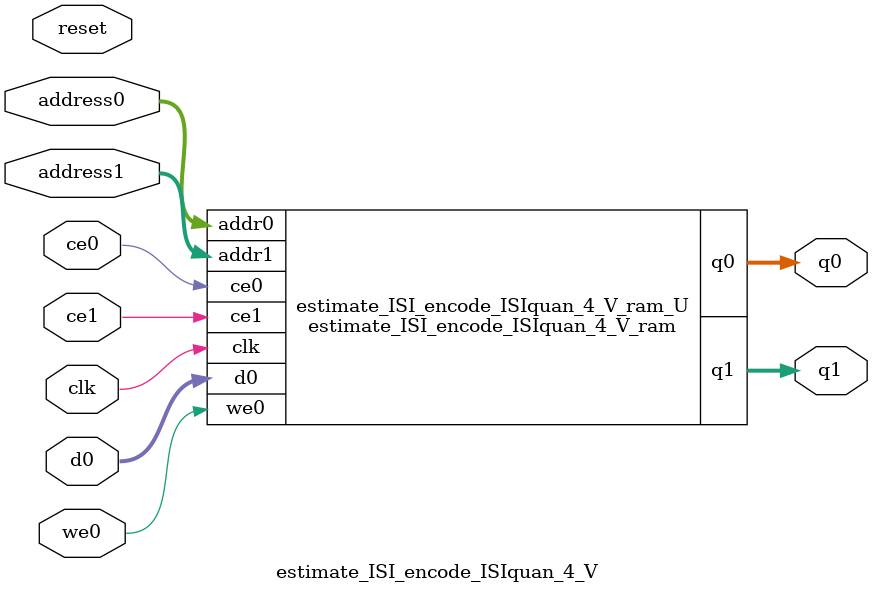
<source format=v>
`timescale 1 ns / 1 ps
module estimate_ISI_encode_ISIquan_4_V_ram (addr0, ce0, d0, we0, q0, addr1, ce1, q1,  clk);

parameter DWIDTH = 4;
parameter AWIDTH = 4;
parameter MEM_SIZE = 12;

input[AWIDTH-1:0] addr0;
input ce0;
input[DWIDTH-1:0] d0;
input we0;
output reg[DWIDTH-1:0] q0;
input[AWIDTH-1:0] addr1;
input ce1;
output reg[DWIDTH-1:0] q1;
input clk;

(* ram_style = "distributed" *)reg [DWIDTH-1:0] ram[0:MEM_SIZE-1];




always @(posedge clk)  
begin 
    if (ce0) 
    begin
        if (we0) 
        begin 
            ram[addr0] <= d0; 
        end 
        q0 <= ram[addr0];
    end
end


always @(posedge clk)  
begin 
    if (ce1) 
    begin
        q1 <= ram[addr1];
    end
end


endmodule

`timescale 1 ns / 1 ps
module estimate_ISI_encode_ISIquan_4_V(
    reset,
    clk,
    address0,
    ce0,
    we0,
    d0,
    q0,
    address1,
    ce1,
    q1);

parameter DataWidth = 32'd4;
parameter AddressRange = 32'd12;
parameter AddressWidth = 32'd4;
input reset;
input clk;
input[AddressWidth - 1:0] address0;
input ce0;
input we0;
input[DataWidth - 1:0] d0;
output[DataWidth - 1:0] q0;
input[AddressWidth - 1:0] address1;
input ce1;
output[DataWidth - 1:0] q1;



estimate_ISI_encode_ISIquan_4_V_ram estimate_ISI_encode_ISIquan_4_V_ram_U(
    .clk( clk ),
    .addr0( address0 ),
    .ce0( ce0 ),
    .we0( we0 ),
    .d0( d0 ),
    .q0( q0 ),
    .addr1( address1 ),
    .ce1( ce1 ),
    .q1( q1 ));

endmodule


</source>
